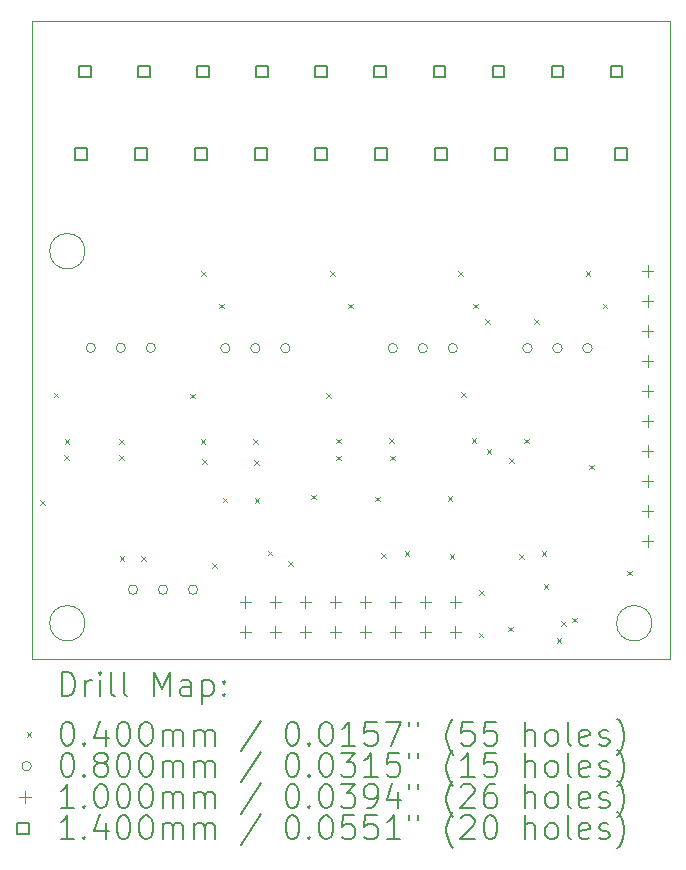
<source format=gbr>
%TF.GenerationSoftware,KiCad,Pcbnew,6.0.8+dfsg-1~bpo11+1*%
%TF.CreationDate,2022-10-31T17:33:10+01:00*%
%TF.ProjectId,rib4inAd_00,72696234-696e-4416-945f-30302e6b6963,rev?*%
%TF.SameCoordinates,Original*%
%TF.FileFunction,Drillmap*%
%TF.FilePolarity,Positive*%
%FSLAX45Y45*%
G04 Gerber Fmt 4.5, Leading zero omitted, Abs format (unit mm)*
G04 Created by KiCad (PCBNEW 6.0.8+dfsg-1~bpo11+1) date 2022-10-31 17:33:10*
%MOMM*%
%LPD*%
G01*
G04 APERTURE LIST*
%ADD10C,0.100000*%
%ADD11C,0.200000*%
%ADD12C,0.040000*%
%ADD13C,0.080000*%
%ADD14C,0.140000*%
G04 APERTURE END LIST*
D10*
X13250000Y-8550000D02*
G75*
G03*
X13250000Y-8550000I-150000J0D01*
G01*
X18050000Y-11700000D02*
G75*
G03*
X18050000Y-11700000I-150000J0D01*
G01*
X13250000Y-11700000D02*
G75*
G03*
X13250000Y-11700000I-150000J0D01*
G01*
X12800000Y-12000000D02*
X18200000Y-12000000D01*
X18200000Y-12000000D02*
X18200000Y-6600000D01*
X18200000Y-6600000D02*
X12800000Y-6600000D01*
X12800000Y-6600000D02*
X12800000Y-12000000D01*
D11*
D12*
X12868000Y-10658000D02*
X12908000Y-10698000D01*
X12908000Y-10658000D02*
X12868000Y-10698000D01*
X12983000Y-9748000D02*
X13023000Y-9788000D01*
X13023000Y-9748000D02*
X12983000Y-9788000D01*
X13075770Y-10275770D02*
X13115770Y-10315770D01*
X13115770Y-10275770D02*
X13075770Y-10315770D01*
X13077000Y-10139000D02*
X13117000Y-10179000D01*
X13117000Y-10139000D02*
X13077000Y-10179000D01*
X13537000Y-10275000D02*
X13577000Y-10315000D01*
X13577000Y-10275000D02*
X13537000Y-10315000D01*
X13538000Y-10141000D02*
X13578000Y-10181000D01*
X13578000Y-10141000D02*
X13538000Y-10181000D01*
X13544000Y-11129000D02*
X13584000Y-11169000D01*
X13584000Y-11129000D02*
X13544000Y-11169000D01*
X13728000Y-11131000D02*
X13768000Y-11171000D01*
X13768000Y-11131000D02*
X13728000Y-11171000D01*
X14142000Y-9756000D02*
X14182000Y-9796000D01*
X14182000Y-9756000D02*
X14142000Y-9796000D01*
X14229550Y-10139847D02*
X14269550Y-10179847D01*
X14269550Y-10139847D02*
X14229550Y-10179847D01*
X14235000Y-8718000D02*
X14275000Y-8758000D01*
X14275000Y-8718000D02*
X14235000Y-8758000D01*
X14242000Y-10310000D02*
X14282000Y-10350000D01*
X14282000Y-10310000D02*
X14242000Y-10350000D01*
X14325000Y-11191000D02*
X14365000Y-11231000D01*
X14365000Y-11191000D02*
X14325000Y-11231000D01*
X14383000Y-8993000D02*
X14423000Y-9033000D01*
X14423000Y-8993000D02*
X14383000Y-9033000D01*
X14414000Y-10636000D02*
X14454000Y-10676000D01*
X14454000Y-10636000D02*
X14414000Y-10676000D01*
X14676000Y-10139000D02*
X14716000Y-10179000D01*
X14716000Y-10139000D02*
X14676000Y-10179000D01*
X14682000Y-10317450D02*
X14722000Y-10357450D01*
X14722000Y-10317450D02*
X14682000Y-10357450D01*
X14686000Y-10640000D02*
X14726000Y-10680000D01*
X14726000Y-10640000D02*
X14686000Y-10680000D01*
X14797000Y-11085000D02*
X14837000Y-11125000D01*
X14837000Y-11085000D02*
X14797000Y-11125000D01*
X14967000Y-11173000D02*
X15007000Y-11213000D01*
X15007000Y-11173000D02*
X14967000Y-11213000D01*
X15162000Y-10612000D02*
X15202000Y-10652000D01*
X15202000Y-10612000D02*
X15162000Y-10652000D01*
X15293000Y-9754000D02*
X15333000Y-9794000D01*
X15333000Y-9754000D02*
X15293000Y-9794000D01*
X15323000Y-8718000D02*
X15363000Y-8758000D01*
X15363000Y-8718000D02*
X15323000Y-8758000D01*
X15375957Y-10280408D02*
X15415957Y-10320408D01*
X15415957Y-10280408D02*
X15375957Y-10320408D01*
X15378550Y-10138000D02*
X15418550Y-10178000D01*
X15418550Y-10138000D02*
X15378550Y-10178000D01*
X15477000Y-8993000D02*
X15517000Y-9033000D01*
X15517000Y-8993000D02*
X15477000Y-9033000D01*
X15704000Y-10629000D02*
X15744000Y-10669000D01*
X15744000Y-10629000D02*
X15704000Y-10669000D01*
X15758000Y-11106000D02*
X15798000Y-11146000D01*
X15798000Y-11106000D02*
X15758000Y-11146000D01*
X15823000Y-10134000D02*
X15863000Y-10174000D01*
X15863000Y-10134000D02*
X15823000Y-10174000D01*
X15831000Y-10280000D02*
X15871000Y-10320000D01*
X15871000Y-10280000D02*
X15831000Y-10320000D01*
X15956000Y-11091000D02*
X15996000Y-11131000D01*
X15996000Y-11091000D02*
X15956000Y-11131000D01*
X16320000Y-10622000D02*
X16360000Y-10662000D01*
X16360000Y-10622000D02*
X16320000Y-10662000D01*
X16336000Y-11117000D02*
X16376000Y-11157000D01*
X16376000Y-11117000D02*
X16336000Y-11157000D01*
X16407000Y-8719000D02*
X16447000Y-8759000D01*
X16447000Y-8719000D02*
X16407000Y-8759000D01*
X16437000Y-9743000D02*
X16477000Y-9783000D01*
X16477000Y-9743000D02*
X16437000Y-9783000D01*
X16523000Y-10134000D02*
X16563000Y-10174000D01*
X16563000Y-10134000D02*
X16523000Y-10174000D01*
X16537000Y-8993000D02*
X16577000Y-9033000D01*
X16577000Y-8993000D02*
X16537000Y-9033000D01*
X16583000Y-11780000D02*
X16623000Y-11820000D01*
X16623000Y-11780000D02*
X16583000Y-11820000D01*
X16585000Y-11421000D02*
X16625000Y-11461000D01*
X16625000Y-11421000D02*
X16585000Y-11461000D01*
X16638000Y-9123000D02*
X16678000Y-9163000D01*
X16678000Y-9123000D02*
X16638000Y-9163000D01*
X16650000Y-10226000D02*
X16690000Y-10266000D01*
X16690000Y-10226000D02*
X16650000Y-10266000D01*
X16832000Y-11729000D02*
X16872000Y-11769000D01*
X16872000Y-11729000D02*
X16832000Y-11769000D01*
X16842000Y-10304000D02*
X16882000Y-10344000D01*
X16882000Y-10304000D02*
X16842000Y-10344000D01*
X16924000Y-11116000D02*
X16964000Y-11156000D01*
X16964000Y-11116000D02*
X16924000Y-11156000D01*
X16967000Y-10136000D02*
X17007000Y-10176000D01*
X17007000Y-10136000D02*
X16967000Y-10176000D01*
X17051000Y-9123000D02*
X17091000Y-9163000D01*
X17091000Y-9123000D02*
X17051000Y-9163000D01*
X17117000Y-11089000D02*
X17157000Y-11129000D01*
X17157000Y-11089000D02*
X17117000Y-11129000D01*
X17132000Y-11366000D02*
X17172000Y-11406000D01*
X17172000Y-11366000D02*
X17132000Y-11406000D01*
X17242758Y-11828550D02*
X17282758Y-11868550D01*
X17282758Y-11828550D02*
X17242758Y-11868550D01*
X17278000Y-11682000D02*
X17318000Y-11722000D01*
X17318000Y-11682000D02*
X17278000Y-11722000D01*
X17375050Y-11651450D02*
X17415050Y-11691450D01*
X17415050Y-11651450D02*
X17375050Y-11691450D01*
X17488000Y-8719000D02*
X17528000Y-8759000D01*
X17528000Y-8719000D02*
X17488000Y-8759000D01*
X17521000Y-10356000D02*
X17561000Y-10396000D01*
X17561000Y-10356000D02*
X17521000Y-10396000D01*
X17632000Y-8995000D02*
X17672000Y-9035000D01*
X17672000Y-8995000D02*
X17632000Y-9035000D01*
X17837000Y-11254000D02*
X17877000Y-11294000D01*
X17877000Y-11254000D02*
X17837000Y-11294000D01*
D13*
X13339000Y-9368000D02*
G75*
G03*
X13339000Y-9368000I-40000J0D01*
G01*
X13593000Y-9368000D02*
G75*
G03*
X13593000Y-9368000I-40000J0D01*
G01*
X13696000Y-11415000D02*
G75*
G03*
X13696000Y-11415000I-40000J0D01*
G01*
X13847000Y-9368000D02*
G75*
G03*
X13847000Y-9368000I-40000J0D01*
G01*
X13950000Y-11415000D02*
G75*
G03*
X13950000Y-11415000I-40000J0D01*
G01*
X14204000Y-11415000D02*
G75*
G03*
X14204000Y-11415000I-40000J0D01*
G01*
X14478000Y-9371000D02*
G75*
G03*
X14478000Y-9371000I-40000J0D01*
G01*
X14732000Y-9371000D02*
G75*
G03*
X14732000Y-9371000I-40000J0D01*
G01*
X14986000Y-9371000D02*
G75*
G03*
X14986000Y-9371000I-40000J0D01*
G01*
X15896000Y-9371000D02*
G75*
G03*
X15896000Y-9371000I-40000J0D01*
G01*
X16150000Y-9371000D02*
G75*
G03*
X16150000Y-9371000I-40000J0D01*
G01*
X16404000Y-9371000D02*
G75*
G03*
X16404000Y-9371000I-40000J0D01*
G01*
X17036000Y-9370000D02*
G75*
G03*
X17036000Y-9370000I-40000J0D01*
G01*
X17290000Y-9370000D02*
G75*
G03*
X17290000Y-9370000I-40000J0D01*
G01*
X17544000Y-9370000D02*
G75*
G03*
X17544000Y-9370000I-40000J0D01*
G01*
D10*
X14608500Y-11472500D02*
X14608500Y-11572500D01*
X14558500Y-11522500D02*
X14658500Y-11522500D01*
X14608500Y-11726500D02*
X14608500Y-11826500D01*
X14558500Y-11776500D02*
X14658500Y-11776500D01*
X14862500Y-11472500D02*
X14862500Y-11572500D01*
X14812500Y-11522500D02*
X14912500Y-11522500D01*
X14862500Y-11726500D02*
X14862500Y-11826500D01*
X14812500Y-11776500D02*
X14912500Y-11776500D01*
X15116500Y-11472500D02*
X15116500Y-11572500D01*
X15066500Y-11522500D02*
X15166500Y-11522500D01*
X15116500Y-11726500D02*
X15116500Y-11826500D01*
X15066500Y-11776500D02*
X15166500Y-11776500D01*
X15370500Y-11472500D02*
X15370500Y-11572500D01*
X15320500Y-11522500D02*
X15420500Y-11522500D01*
X15370500Y-11726500D02*
X15370500Y-11826500D01*
X15320500Y-11776500D02*
X15420500Y-11776500D01*
X15624500Y-11472500D02*
X15624500Y-11572500D01*
X15574500Y-11522500D02*
X15674500Y-11522500D01*
X15624500Y-11726500D02*
X15624500Y-11826500D01*
X15574500Y-11776500D02*
X15674500Y-11776500D01*
X15878500Y-11472500D02*
X15878500Y-11572500D01*
X15828500Y-11522500D02*
X15928500Y-11522500D01*
X15878500Y-11726500D02*
X15878500Y-11826500D01*
X15828500Y-11776500D02*
X15928500Y-11776500D01*
X16132500Y-11472500D02*
X16132500Y-11572500D01*
X16082500Y-11522500D02*
X16182500Y-11522500D01*
X16132500Y-11726500D02*
X16132500Y-11826500D01*
X16082500Y-11776500D02*
X16182500Y-11776500D01*
X16386500Y-11472500D02*
X16386500Y-11572500D01*
X16336500Y-11522500D02*
X16436500Y-11522500D01*
X16386500Y-11726500D02*
X16386500Y-11826500D01*
X16336500Y-11776500D02*
X16436500Y-11776500D01*
X18012500Y-8670000D02*
X18012500Y-8770000D01*
X17962500Y-8720000D02*
X18062500Y-8720000D01*
X18012500Y-8924000D02*
X18012500Y-9024000D01*
X17962500Y-8974000D02*
X18062500Y-8974000D01*
X18012500Y-9178000D02*
X18012500Y-9278000D01*
X17962500Y-9228000D02*
X18062500Y-9228000D01*
X18012500Y-9432000D02*
X18012500Y-9532000D01*
X17962500Y-9482000D02*
X18062500Y-9482000D01*
X18012500Y-9686000D02*
X18012500Y-9786000D01*
X17962500Y-9736000D02*
X18062500Y-9736000D01*
X18012500Y-9940000D02*
X18012500Y-10040000D01*
X17962500Y-9990000D02*
X18062500Y-9990000D01*
X18012500Y-10194000D02*
X18012500Y-10294000D01*
X17962500Y-10244000D02*
X18062500Y-10244000D01*
X18012500Y-10448000D02*
X18012500Y-10548000D01*
X17962500Y-10498000D02*
X18062500Y-10498000D01*
X18012500Y-10702000D02*
X18012500Y-10802000D01*
X17962500Y-10752000D02*
X18062500Y-10752000D01*
X18012500Y-10956000D02*
X18012500Y-11056000D01*
X17962500Y-11006000D02*
X18062500Y-11006000D01*
D14*
X13263498Y-7777248D02*
X13263498Y-7678252D01*
X13164502Y-7678252D01*
X13164502Y-7777248D01*
X13263498Y-7777248D01*
X13299498Y-7077248D02*
X13299498Y-6978252D01*
X13200502Y-6978252D01*
X13200502Y-7077248D01*
X13299498Y-7077248D01*
X13771498Y-7777248D02*
X13771498Y-7678252D01*
X13672502Y-7678252D01*
X13672502Y-7777248D01*
X13771498Y-7777248D01*
X13799498Y-7077248D02*
X13799498Y-6978252D01*
X13700502Y-6978252D01*
X13700502Y-7077248D01*
X13799498Y-7077248D01*
X14279498Y-7777248D02*
X14279498Y-7678252D01*
X14180502Y-7678252D01*
X14180502Y-7777248D01*
X14279498Y-7777248D01*
X14299498Y-7077248D02*
X14299498Y-6978252D01*
X14200502Y-6978252D01*
X14200502Y-7077248D01*
X14299498Y-7077248D01*
X14787498Y-7777248D02*
X14787498Y-7678252D01*
X14688502Y-7678252D01*
X14688502Y-7777248D01*
X14787498Y-7777248D01*
X14799498Y-7077248D02*
X14799498Y-6978252D01*
X14700502Y-6978252D01*
X14700502Y-7077248D01*
X14799498Y-7077248D01*
X15295498Y-7777248D02*
X15295498Y-7678252D01*
X15196502Y-7678252D01*
X15196502Y-7777248D01*
X15295498Y-7777248D01*
X15299498Y-7077248D02*
X15299498Y-6978252D01*
X15200502Y-6978252D01*
X15200502Y-7077248D01*
X15299498Y-7077248D01*
X15799498Y-7077248D02*
X15799498Y-6978252D01*
X15700502Y-6978252D01*
X15700502Y-7077248D01*
X15799498Y-7077248D01*
X15803498Y-7777248D02*
X15803498Y-7678252D01*
X15704502Y-7678252D01*
X15704502Y-7777248D01*
X15803498Y-7777248D01*
X16299498Y-7077248D02*
X16299498Y-6978252D01*
X16200502Y-6978252D01*
X16200502Y-7077248D01*
X16299498Y-7077248D01*
X16311498Y-7777248D02*
X16311498Y-7678252D01*
X16212502Y-7678252D01*
X16212502Y-7777248D01*
X16311498Y-7777248D01*
X16799498Y-7077248D02*
X16799498Y-6978252D01*
X16700502Y-6978252D01*
X16700502Y-7077248D01*
X16799498Y-7077248D01*
X16819498Y-7777248D02*
X16819498Y-7678252D01*
X16720502Y-7678252D01*
X16720502Y-7777248D01*
X16819498Y-7777248D01*
X17299498Y-7077248D02*
X17299498Y-6978252D01*
X17200502Y-6978252D01*
X17200502Y-7077248D01*
X17299498Y-7077248D01*
X17327498Y-7777248D02*
X17327498Y-7678252D01*
X17228502Y-7678252D01*
X17228502Y-7777248D01*
X17327498Y-7777248D01*
X17799498Y-7077248D02*
X17799498Y-6978252D01*
X17700502Y-6978252D01*
X17700502Y-7077248D01*
X17799498Y-7077248D01*
X17835498Y-7777248D02*
X17835498Y-7678252D01*
X17736502Y-7678252D01*
X17736502Y-7777248D01*
X17835498Y-7777248D01*
D11*
X13052619Y-12315476D02*
X13052619Y-12115476D01*
X13100238Y-12115476D01*
X13128809Y-12125000D01*
X13147857Y-12144048D01*
X13157381Y-12163095D01*
X13166905Y-12201190D01*
X13166905Y-12229762D01*
X13157381Y-12267857D01*
X13147857Y-12286905D01*
X13128809Y-12305952D01*
X13100238Y-12315476D01*
X13052619Y-12315476D01*
X13252619Y-12315476D02*
X13252619Y-12182143D01*
X13252619Y-12220238D02*
X13262143Y-12201190D01*
X13271667Y-12191667D01*
X13290714Y-12182143D01*
X13309762Y-12182143D01*
X13376428Y-12315476D02*
X13376428Y-12182143D01*
X13376428Y-12115476D02*
X13366905Y-12125000D01*
X13376428Y-12134524D01*
X13385952Y-12125000D01*
X13376428Y-12115476D01*
X13376428Y-12134524D01*
X13500238Y-12315476D02*
X13481190Y-12305952D01*
X13471667Y-12286905D01*
X13471667Y-12115476D01*
X13605000Y-12315476D02*
X13585952Y-12305952D01*
X13576428Y-12286905D01*
X13576428Y-12115476D01*
X13833571Y-12315476D02*
X13833571Y-12115476D01*
X13900238Y-12258333D01*
X13966905Y-12115476D01*
X13966905Y-12315476D01*
X14147857Y-12315476D02*
X14147857Y-12210714D01*
X14138333Y-12191667D01*
X14119286Y-12182143D01*
X14081190Y-12182143D01*
X14062143Y-12191667D01*
X14147857Y-12305952D02*
X14128809Y-12315476D01*
X14081190Y-12315476D01*
X14062143Y-12305952D01*
X14052619Y-12286905D01*
X14052619Y-12267857D01*
X14062143Y-12248809D01*
X14081190Y-12239286D01*
X14128809Y-12239286D01*
X14147857Y-12229762D01*
X14243095Y-12182143D02*
X14243095Y-12382143D01*
X14243095Y-12191667D02*
X14262143Y-12182143D01*
X14300238Y-12182143D01*
X14319286Y-12191667D01*
X14328809Y-12201190D01*
X14338333Y-12220238D01*
X14338333Y-12277381D01*
X14328809Y-12296428D01*
X14319286Y-12305952D01*
X14300238Y-12315476D01*
X14262143Y-12315476D01*
X14243095Y-12305952D01*
X14424048Y-12296428D02*
X14433571Y-12305952D01*
X14424048Y-12315476D01*
X14414524Y-12305952D01*
X14424048Y-12296428D01*
X14424048Y-12315476D01*
X14424048Y-12191667D02*
X14433571Y-12201190D01*
X14424048Y-12210714D01*
X14414524Y-12201190D01*
X14424048Y-12191667D01*
X14424048Y-12210714D01*
D12*
X12755000Y-12625000D02*
X12795000Y-12665000D01*
X12795000Y-12625000D02*
X12755000Y-12665000D01*
D11*
X13090714Y-12535476D02*
X13109762Y-12535476D01*
X13128809Y-12545000D01*
X13138333Y-12554524D01*
X13147857Y-12573571D01*
X13157381Y-12611667D01*
X13157381Y-12659286D01*
X13147857Y-12697381D01*
X13138333Y-12716428D01*
X13128809Y-12725952D01*
X13109762Y-12735476D01*
X13090714Y-12735476D01*
X13071667Y-12725952D01*
X13062143Y-12716428D01*
X13052619Y-12697381D01*
X13043095Y-12659286D01*
X13043095Y-12611667D01*
X13052619Y-12573571D01*
X13062143Y-12554524D01*
X13071667Y-12545000D01*
X13090714Y-12535476D01*
X13243095Y-12716428D02*
X13252619Y-12725952D01*
X13243095Y-12735476D01*
X13233571Y-12725952D01*
X13243095Y-12716428D01*
X13243095Y-12735476D01*
X13424048Y-12602143D02*
X13424048Y-12735476D01*
X13376428Y-12525952D02*
X13328809Y-12668809D01*
X13452619Y-12668809D01*
X13566905Y-12535476D02*
X13585952Y-12535476D01*
X13605000Y-12545000D01*
X13614524Y-12554524D01*
X13624048Y-12573571D01*
X13633571Y-12611667D01*
X13633571Y-12659286D01*
X13624048Y-12697381D01*
X13614524Y-12716428D01*
X13605000Y-12725952D01*
X13585952Y-12735476D01*
X13566905Y-12735476D01*
X13547857Y-12725952D01*
X13538333Y-12716428D01*
X13528809Y-12697381D01*
X13519286Y-12659286D01*
X13519286Y-12611667D01*
X13528809Y-12573571D01*
X13538333Y-12554524D01*
X13547857Y-12545000D01*
X13566905Y-12535476D01*
X13757381Y-12535476D02*
X13776428Y-12535476D01*
X13795476Y-12545000D01*
X13805000Y-12554524D01*
X13814524Y-12573571D01*
X13824048Y-12611667D01*
X13824048Y-12659286D01*
X13814524Y-12697381D01*
X13805000Y-12716428D01*
X13795476Y-12725952D01*
X13776428Y-12735476D01*
X13757381Y-12735476D01*
X13738333Y-12725952D01*
X13728809Y-12716428D01*
X13719286Y-12697381D01*
X13709762Y-12659286D01*
X13709762Y-12611667D01*
X13719286Y-12573571D01*
X13728809Y-12554524D01*
X13738333Y-12545000D01*
X13757381Y-12535476D01*
X13909762Y-12735476D02*
X13909762Y-12602143D01*
X13909762Y-12621190D02*
X13919286Y-12611667D01*
X13938333Y-12602143D01*
X13966905Y-12602143D01*
X13985952Y-12611667D01*
X13995476Y-12630714D01*
X13995476Y-12735476D01*
X13995476Y-12630714D02*
X14005000Y-12611667D01*
X14024048Y-12602143D01*
X14052619Y-12602143D01*
X14071667Y-12611667D01*
X14081190Y-12630714D01*
X14081190Y-12735476D01*
X14176428Y-12735476D02*
X14176428Y-12602143D01*
X14176428Y-12621190D02*
X14185952Y-12611667D01*
X14205000Y-12602143D01*
X14233571Y-12602143D01*
X14252619Y-12611667D01*
X14262143Y-12630714D01*
X14262143Y-12735476D01*
X14262143Y-12630714D02*
X14271667Y-12611667D01*
X14290714Y-12602143D01*
X14319286Y-12602143D01*
X14338333Y-12611667D01*
X14347857Y-12630714D01*
X14347857Y-12735476D01*
X14738333Y-12525952D02*
X14566905Y-12783095D01*
X14995476Y-12535476D02*
X15014524Y-12535476D01*
X15033571Y-12545000D01*
X15043095Y-12554524D01*
X15052619Y-12573571D01*
X15062143Y-12611667D01*
X15062143Y-12659286D01*
X15052619Y-12697381D01*
X15043095Y-12716428D01*
X15033571Y-12725952D01*
X15014524Y-12735476D01*
X14995476Y-12735476D01*
X14976428Y-12725952D01*
X14966905Y-12716428D01*
X14957381Y-12697381D01*
X14947857Y-12659286D01*
X14947857Y-12611667D01*
X14957381Y-12573571D01*
X14966905Y-12554524D01*
X14976428Y-12545000D01*
X14995476Y-12535476D01*
X15147857Y-12716428D02*
X15157381Y-12725952D01*
X15147857Y-12735476D01*
X15138333Y-12725952D01*
X15147857Y-12716428D01*
X15147857Y-12735476D01*
X15281190Y-12535476D02*
X15300238Y-12535476D01*
X15319286Y-12545000D01*
X15328809Y-12554524D01*
X15338333Y-12573571D01*
X15347857Y-12611667D01*
X15347857Y-12659286D01*
X15338333Y-12697381D01*
X15328809Y-12716428D01*
X15319286Y-12725952D01*
X15300238Y-12735476D01*
X15281190Y-12735476D01*
X15262143Y-12725952D01*
X15252619Y-12716428D01*
X15243095Y-12697381D01*
X15233571Y-12659286D01*
X15233571Y-12611667D01*
X15243095Y-12573571D01*
X15252619Y-12554524D01*
X15262143Y-12545000D01*
X15281190Y-12535476D01*
X15538333Y-12735476D02*
X15424048Y-12735476D01*
X15481190Y-12735476D02*
X15481190Y-12535476D01*
X15462143Y-12564048D01*
X15443095Y-12583095D01*
X15424048Y-12592619D01*
X15719286Y-12535476D02*
X15624048Y-12535476D01*
X15614524Y-12630714D01*
X15624048Y-12621190D01*
X15643095Y-12611667D01*
X15690714Y-12611667D01*
X15709762Y-12621190D01*
X15719286Y-12630714D01*
X15728809Y-12649762D01*
X15728809Y-12697381D01*
X15719286Y-12716428D01*
X15709762Y-12725952D01*
X15690714Y-12735476D01*
X15643095Y-12735476D01*
X15624048Y-12725952D01*
X15614524Y-12716428D01*
X15795476Y-12535476D02*
X15928809Y-12535476D01*
X15843095Y-12735476D01*
X15995476Y-12535476D02*
X15995476Y-12573571D01*
X16071667Y-12535476D02*
X16071667Y-12573571D01*
X16366905Y-12811667D02*
X16357381Y-12802143D01*
X16338333Y-12773571D01*
X16328809Y-12754524D01*
X16319286Y-12725952D01*
X16309762Y-12678333D01*
X16309762Y-12640238D01*
X16319286Y-12592619D01*
X16328809Y-12564048D01*
X16338333Y-12545000D01*
X16357381Y-12516428D01*
X16366905Y-12506905D01*
X16538333Y-12535476D02*
X16443095Y-12535476D01*
X16433571Y-12630714D01*
X16443095Y-12621190D01*
X16462143Y-12611667D01*
X16509762Y-12611667D01*
X16528809Y-12621190D01*
X16538333Y-12630714D01*
X16547857Y-12649762D01*
X16547857Y-12697381D01*
X16538333Y-12716428D01*
X16528809Y-12725952D01*
X16509762Y-12735476D01*
X16462143Y-12735476D01*
X16443095Y-12725952D01*
X16433571Y-12716428D01*
X16728809Y-12535476D02*
X16633571Y-12535476D01*
X16624048Y-12630714D01*
X16633571Y-12621190D01*
X16652619Y-12611667D01*
X16700238Y-12611667D01*
X16719286Y-12621190D01*
X16728809Y-12630714D01*
X16738333Y-12649762D01*
X16738333Y-12697381D01*
X16728809Y-12716428D01*
X16719286Y-12725952D01*
X16700238Y-12735476D01*
X16652619Y-12735476D01*
X16633571Y-12725952D01*
X16624048Y-12716428D01*
X16976429Y-12735476D02*
X16976429Y-12535476D01*
X17062143Y-12735476D02*
X17062143Y-12630714D01*
X17052619Y-12611667D01*
X17033571Y-12602143D01*
X17005000Y-12602143D01*
X16985952Y-12611667D01*
X16976429Y-12621190D01*
X17185952Y-12735476D02*
X17166905Y-12725952D01*
X17157381Y-12716428D01*
X17147857Y-12697381D01*
X17147857Y-12640238D01*
X17157381Y-12621190D01*
X17166905Y-12611667D01*
X17185952Y-12602143D01*
X17214524Y-12602143D01*
X17233571Y-12611667D01*
X17243095Y-12621190D01*
X17252619Y-12640238D01*
X17252619Y-12697381D01*
X17243095Y-12716428D01*
X17233571Y-12725952D01*
X17214524Y-12735476D01*
X17185952Y-12735476D01*
X17366905Y-12735476D02*
X17347857Y-12725952D01*
X17338333Y-12706905D01*
X17338333Y-12535476D01*
X17519286Y-12725952D02*
X17500238Y-12735476D01*
X17462143Y-12735476D01*
X17443095Y-12725952D01*
X17433571Y-12706905D01*
X17433571Y-12630714D01*
X17443095Y-12611667D01*
X17462143Y-12602143D01*
X17500238Y-12602143D01*
X17519286Y-12611667D01*
X17528810Y-12630714D01*
X17528810Y-12649762D01*
X17433571Y-12668809D01*
X17605000Y-12725952D02*
X17624048Y-12735476D01*
X17662143Y-12735476D01*
X17681190Y-12725952D01*
X17690714Y-12706905D01*
X17690714Y-12697381D01*
X17681190Y-12678333D01*
X17662143Y-12668809D01*
X17633571Y-12668809D01*
X17614524Y-12659286D01*
X17605000Y-12640238D01*
X17605000Y-12630714D01*
X17614524Y-12611667D01*
X17633571Y-12602143D01*
X17662143Y-12602143D01*
X17681190Y-12611667D01*
X17757381Y-12811667D02*
X17766905Y-12802143D01*
X17785952Y-12773571D01*
X17795476Y-12754524D01*
X17805000Y-12725952D01*
X17814524Y-12678333D01*
X17814524Y-12640238D01*
X17805000Y-12592619D01*
X17795476Y-12564048D01*
X17785952Y-12545000D01*
X17766905Y-12516428D01*
X17757381Y-12506905D01*
D13*
X12795000Y-12909000D02*
G75*
G03*
X12795000Y-12909000I-40000J0D01*
G01*
D11*
X13090714Y-12799476D02*
X13109762Y-12799476D01*
X13128809Y-12809000D01*
X13138333Y-12818524D01*
X13147857Y-12837571D01*
X13157381Y-12875667D01*
X13157381Y-12923286D01*
X13147857Y-12961381D01*
X13138333Y-12980428D01*
X13128809Y-12989952D01*
X13109762Y-12999476D01*
X13090714Y-12999476D01*
X13071667Y-12989952D01*
X13062143Y-12980428D01*
X13052619Y-12961381D01*
X13043095Y-12923286D01*
X13043095Y-12875667D01*
X13052619Y-12837571D01*
X13062143Y-12818524D01*
X13071667Y-12809000D01*
X13090714Y-12799476D01*
X13243095Y-12980428D02*
X13252619Y-12989952D01*
X13243095Y-12999476D01*
X13233571Y-12989952D01*
X13243095Y-12980428D01*
X13243095Y-12999476D01*
X13366905Y-12885190D02*
X13347857Y-12875667D01*
X13338333Y-12866143D01*
X13328809Y-12847095D01*
X13328809Y-12837571D01*
X13338333Y-12818524D01*
X13347857Y-12809000D01*
X13366905Y-12799476D01*
X13405000Y-12799476D01*
X13424048Y-12809000D01*
X13433571Y-12818524D01*
X13443095Y-12837571D01*
X13443095Y-12847095D01*
X13433571Y-12866143D01*
X13424048Y-12875667D01*
X13405000Y-12885190D01*
X13366905Y-12885190D01*
X13347857Y-12894714D01*
X13338333Y-12904238D01*
X13328809Y-12923286D01*
X13328809Y-12961381D01*
X13338333Y-12980428D01*
X13347857Y-12989952D01*
X13366905Y-12999476D01*
X13405000Y-12999476D01*
X13424048Y-12989952D01*
X13433571Y-12980428D01*
X13443095Y-12961381D01*
X13443095Y-12923286D01*
X13433571Y-12904238D01*
X13424048Y-12894714D01*
X13405000Y-12885190D01*
X13566905Y-12799476D02*
X13585952Y-12799476D01*
X13605000Y-12809000D01*
X13614524Y-12818524D01*
X13624048Y-12837571D01*
X13633571Y-12875667D01*
X13633571Y-12923286D01*
X13624048Y-12961381D01*
X13614524Y-12980428D01*
X13605000Y-12989952D01*
X13585952Y-12999476D01*
X13566905Y-12999476D01*
X13547857Y-12989952D01*
X13538333Y-12980428D01*
X13528809Y-12961381D01*
X13519286Y-12923286D01*
X13519286Y-12875667D01*
X13528809Y-12837571D01*
X13538333Y-12818524D01*
X13547857Y-12809000D01*
X13566905Y-12799476D01*
X13757381Y-12799476D02*
X13776428Y-12799476D01*
X13795476Y-12809000D01*
X13805000Y-12818524D01*
X13814524Y-12837571D01*
X13824048Y-12875667D01*
X13824048Y-12923286D01*
X13814524Y-12961381D01*
X13805000Y-12980428D01*
X13795476Y-12989952D01*
X13776428Y-12999476D01*
X13757381Y-12999476D01*
X13738333Y-12989952D01*
X13728809Y-12980428D01*
X13719286Y-12961381D01*
X13709762Y-12923286D01*
X13709762Y-12875667D01*
X13719286Y-12837571D01*
X13728809Y-12818524D01*
X13738333Y-12809000D01*
X13757381Y-12799476D01*
X13909762Y-12999476D02*
X13909762Y-12866143D01*
X13909762Y-12885190D02*
X13919286Y-12875667D01*
X13938333Y-12866143D01*
X13966905Y-12866143D01*
X13985952Y-12875667D01*
X13995476Y-12894714D01*
X13995476Y-12999476D01*
X13995476Y-12894714D02*
X14005000Y-12875667D01*
X14024048Y-12866143D01*
X14052619Y-12866143D01*
X14071667Y-12875667D01*
X14081190Y-12894714D01*
X14081190Y-12999476D01*
X14176428Y-12999476D02*
X14176428Y-12866143D01*
X14176428Y-12885190D02*
X14185952Y-12875667D01*
X14205000Y-12866143D01*
X14233571Y-12866143D01*
X14252619Y-12875667D01*
X14262143Y-12894714D01*
X14262143Y-12999476D01*
X14262143Y-12894714D02*
X14271667Y-12875667D01*
X14290714Y-12866143D01*
X14319286Y-12866143D01*
X14338333Y-12875667D01*
X14347857Y-12894714D01*
X14347857Y-12999476D01*
X14738333Y-12789952D02*
X14566905Y-13047095D01*
X14995476Y-12799476D02*
X15014524Y-12799476D01*
X15033571Y-12809000D01*
X15043095Y-12818524D01*
X15052619Y-12837571D01*
X15062143Y-12875667D01*
X15062143Y-12923286D01*
X15052619Y-12961381D01*
X15043095Y-12980428D01*
X15033571Y-12989952D01*
X15014524Y-12999476D01*
X14995476Y-12999476D01*
X14976428Y-12989952D01*
X14966905Y-12980428D01*
X14957381Y-12961381D01*
X14947857Y-12923286D01*
X14947857Y-12875667D01*
X14957381Y-12837571D01*
X14966905Y-12818524D01*
X14976428Y-12809000D01*
X14995476Y-12799476D01*
X15147857Y-12980428D02*
X15157381Y-12989952D01*
X15147857Y-12999476D01*
X15138333Y-12989952D01*
X15147857Y-12980428D01*
X15147857Y-12999476D01*
X15281190Y-12799476D02*
X15300238Y-12799476D01*
X15319286Y-12809000D01*
X15328809Y-12818524D01*
X15338333Y-12837571D01*
X15347857Y-12875667D01*
X15347857Y-12923286D01*
X15338333Y-12961381D01*
X15328809Y-12980428D01*
X15319286Y-12989952D01*
X15300238Y-12999476D01*
X15281190Y-12999476D01*
X15262143Y-12989952D01*
X15252619Y-12980428D01*
X15243095Y-12961381D01*
X15233571Y-12923286D01*
X15233571Y-12875667D01*
X15243095Y-12837571D01*
X15252619Y-12818524D01*
X15262143Y-12809000D01*
X15281190Y-12799476D01*
X15414524Y-12799476D02*
X15538333Y-12799476D01*
X15471667Y-12875667D01*
X15500238Y-12875667D01*
X15519286Y-12885190D01*
X15528809Y-12894714D01*
X15538333Y-12913762D01*
X15538333Y-12961381D01*
X15528809Y-12980428D01*
X15519286Y-12989952D01*
X15500238Y-12999476D01*
X15443095Y-12999476D01*
X15424048Y-12989952D01*
X15414524Y-12980428D01*
X15728809Y-12999476D02*
X15614524Y-12999476D01*
X15671667Y-12999476D02*
X15671667Y-12799476D01*
X15652619Y-12828048D01*
X15633571Y-12847095D01*
X15614524Y-12856619D01*
X15909762Y-12799476D02*
X15814524Y-12799476D01*
X15805000Y-12894714D01*
X15814524Y-12885190D01*
X15833571Y-12875667D01*
X15881190Y-12875667D01*
X15900238Y-12885190D01*
X15909762Y-12894714D01*
X15919286Y-12913762D01*
X15919286Y-12961381D01*
X15909762Y-12980428D01*
X15900238Y-12989952D01*
X15881190Y-12999476D01*
X15833571Y-12999476D01*
X15814524Y-12989952D01*
X15805000Y-12980428D01*
X15995476Y-12799476D02*
X15995476Y-12837571D01*
X16071667Y-12799476D02*
X16071667Y-12837571D01*
X16366905Y-13075667D02*
X16357381Y-13066143D01*
X16338333Y-13037571D01*
X16328809Y-13018524D01*
X16319286Y-12989952D01*
X16309762Y-12942333D01*
X16309762Y-12904238D01*
X16319286Y-12856619D01*
X16328809Y-12828048D01*
X16338333Y-12809000D01*
X16357381Y-12780428D01*
X16366905Y-12770905D01*
X16547857Y-12999476D02*
X16433571Y-12999476D01*
X16490714Y-12999476D02*
X16490714Y-12799476D01*
X16471667Y-12828048D01*
X16452619Y-12847095D01*
X16433571Y-12856619D01*
X16728809Y-12799476D02*
X16633571Y-12799476D01*
X16624048Y-12894714D01*
X16633571Y-12885190D01*
X16652619Y-12875667D01*
X16700238Y-12875667D01*
X16719286Y-12885190D01*
X16728809Y-12894714D01*
X16738333Y-12913762D01*
X16738333Y-12961381D01*
X16728809Y-12980428D01*
X16719286Y-12989952D01*
X16700238Y-12999476D01*
X16652619Y-12999476D01*
X16633571Y-12989952D01*
X16624048Y-12980428D01*
X16976429Y-12999476D02*
X16976429Y-12799476D01*
X17062143Y-12999476D02*
X17062143Y-12894714D01*
X17052619Y-12875667D01*
X17033571Y-12866143D01*
X17005000Y-12866143D01*
X16985952Y-12875667D01*
X16976429Y-12885190D01*
X17185952Y-12999476D02*
X17166905Y-12989952D01*
X17157381Y-12980428D01*
X17147857Y-12961381D01*
X17147857Y-12904238D01*
X17157381Y-12885190D01*
X17166905Y-12875667D01*
X17185952Y-12866143D01*
X17214524Y-12866143D01*
X17233571Y-12875667D01*
X17243095Y-12885190D01*
X17252619Y-12904238D01*
X17252619Y-12961381D01*
X17243095Y-12980428D01*
X17233571Y-12989952D01*
X17214524Y-12999476D01*
X17185952Y-12999476D01*
X17366905Y-12999476D02*
X17347857Y-12989952D01*
X17338333Y-12970905D01*
X17338333Y-12799476D01*
X17519286Y-12989952D02*
X17500238Y-12999476D01*
X17462143Y-12999476D01*
X17443095Y-12989952D01*
X17433571Y-12970905D01*
X17433571Y-12894714D01*
X17443095Y-12875667D01*
X17462143Y-12866143D01*
X17500238Y-12866143D01*
X17519286Y-12875667D01*
X17528810Y-12894714D01*
X17528810Y-12913762D01*
X17433571Y-12932809D01*
X17605000Y-12989952D02*
X17624048Y-12999476D01*
X17662143Y-12999476D01*
X17681190Y-12989952D01*
X17690714Y-12970905D01*
X17690714Y-12961381D01*
X17681190Y-12942333D01*
X17662143Y-12932809D01*
X17633571Y-12932809D01*
X17614524Y-12923286D01*
X17605000Y-12904238D01*
X17605000Y-12894714D01*
X17614524Y-12875667D01*
X17633571Y-12866143D01*
X17662143Y-12866143D01*
X17681190Y-12875667D01*
X17757381Y-13075667D02*
X17766905Y-13066143D01*
X17785952Y-13037571D01*
X17795476Y-13018524D01*
X17805000Y-12989952D01*
X17814524Y-12942333D01*
X17814524Y-12904238D01*
X17805000Y-12856619D01*
X17795476Y-12828048D01*
X17785952Y-12809000D01*
X17766905Y-12780428D01*
X17757381Y-12770905D01*
D10*
X12745000Y-13123000D02*
X12745000Y-13223000D01*
X12695000Y-13173000D02*
X12795000Y-13173000D01*
D11*
X13157381Y-13263476D02*
X13043095Y-13263476D01*
X13100238Y-13263476D02*
X13100238Y-13063476D01*
X13081190Y-13092048D01*
X13062143Y-13111095D01*
X13043095Y-13120619D01*
X13243095Y-13244428D02*
X13252619Y-13253952D01*
X13243095Y-13263476D01*
X13233571Y-13253952D01*
X13243095Y-13244428D01*
X13243095Y-13263476D01*
X13376428Y-13063476D02*
X13395476Y-13063476D01*
X13414524Y-13073000D01*
X13424048Y-13082524D01*
X13433571Y-13101571D01*
X13443095Y-13139667D01*
X13443095Y-13187286D01*
X13433571Y-13225381D01*
X13424048Y-13244428D01*
X13414524Y-13253952D01*
X13395476Y-13263476D01*
X13376428Y-13263476D01*
X13357381Y-13253952D01*
X13347857Y-13244428D01*
X13338333Y-13225381D01*
X13328809Y-13187286D01*
X13328809Y-13139667D01*
X13338333Y-13101571D01*
X13347857Y-13082524D01*
X13357381Y-13073000D01*
X13376428Y-13063476D01*
X13566905Y-13063476D02*
X13585952Y-13063476D01*
X13605000Y-13073000D01*
X13614524Y-13082524D01*
X13624048Y-13101571D01*
X13633571Y-13139667D01*
X13633571Y-13187286D01*
X13624048Y-13225381D01*
X13614524Y-13244428D01*
X13605000Y-13253952D01*
X13585952Y-13263476D01*
X13566905Y-13263476D01*
X13547857Y-13253952D01*
X13538333Y-13244428D01*
X13528809Y-13225381D01*
X13519286Y-13187286D01*
X13519286Y-13139667D01*
X13528809Y-13101571D01*
X13538333Y-13082524D01*
X13547857Y-13073000D01*
X13566905Y-13063476D01*
X13757381Y-13063476D02*
X13776428Y-13063476D01*
X13795476Y-13073000D01*
X13805000Y-13082524D01*
X13814524Y-13101571D01*
X13824048Y-13139667D01*
X13824048Y-13187286D01*
X13814524Y-13225381D01*
X13805000Y-13244428D01*
X13795476Y-13253952D01*
X13776428Y-13263476D01*
X13757381Y-13263476D01*
X13738333Y-13253952D01*
X13728809Y-13244428D01*
X13719286Y-13225381D01*
X13709762Y-13187286D01*
X13709762Y-13139667D01*
X13719286Y-13101571D01*
X13728809Y-13082524D01*
X13738333Y-13073000D01*
X13757381Y-13063476D01*
X13909762Y-13263476D02*
X13909762Y-13130143D01*
X13909762Y-13149190D02*
X13919286Y-13139667D01*
X13938333Y-13130143D01*
X13966905Y-13130143D01*
X13985952Y-13139667D01*
X13995476Y-13158714D01*
X13995476Y-13263476D01*
X13995476Y-13158714D02*
X14005000Y-13139667D01*
X14024048Y-13130143D01*
X14052619Y-13130143D01*
X14071667Y-13139667D01*
X14081190Y-13158714D01*
X14081190Y-13263476D01*
X14176428Y-13263476D02*
X14176428Y-13130143D01*
X14176428Y-13149190D02*
X14185952Y-13139667D01*
X14205000Y-13130143D01*
X14233571Y-13130143D01*
X14252619Y-13139667D01*
X14262143Y-13158714D01*
X14262143Y-13263476D01*
X14262143Y-13158714D02*
X14271667Y-13139667D01*
X14290714Y-13130143D01*
X14319286Y-13130143D01*
X14338333Y-13139667D01*
X14347857Y-13158714D01*
X14347857Y-13263476D01*
X14738333Y-13053952D02*
X14566905Y-13311095D01*
X14995476Y-13063476D02*
X15014524Y-13063476D01*
X15033571Y-13073000D01*
X15043095Y-13082524D01*
X15052619Y-13101571D01*
X15062143Y-13139667D01*
X15062143Y-13187286D01*
X15052619Y-13225381D01*
X15043095Y-13244428D01*
X15033571Y-13253952D01*
X15014524Y-13263476D01*
X14995476Y-13263476D01*
X14976428Y-13253952D01*
X14966905Y-13244428D01*
X14957381Y-13225381D01*
X14947857Y-13187286D01*
X14947857Y-13139667D01*
X14957381Y-13101571D01*
X14966905Y-13082524D01*
X14976428Y-13073000D01*
X14995476Y-13063476D01*
X15147857Y-13244428D02*
X15157381Y-13253952D01*
X15147857Y-13263476D01*
X15138333Y-13253952D01*
X15147857Y-13244428D01*
X15147857Y-13263476D01*
X15281190Y-13063476D02*
X15300238Y-13063476D01*
X15319286Y-13073000D01*
X15328809Y-13082524D01*
X15338333Y-13101571D01*
X15347857Y-13139667D01*
X15347857Y-13187286D01*
X15338333Y-13225381D01*
X15328809Y-13244428D01*
X15319286Y-13253952D01*
X15300238Y-13263476D01*
X15281190Y-13263476D01*
X15262143Y-13253952D01*
X15252619Y-13244428D01*
X15243095Y-13225381D01*
X15233571Y-13187286D01*
X15233571Y-13139667D01*
X15243095Y-13101571D01*
X15252619Y-13082524D01*
X15262143Y-13073000D01*
X15281190Y-13063476D01*
X15414524Y-13063476D02*
X15538333Y-13063476D01*
X15471667Y-13139667D01*
X15500238Y-13139667D01*
X15519286Y-13149190D01*
X15528809Y-13158714D01*
X15538333Y-13177762D01*
X15538333Y-13225381D01*
X15528809Y-13244428D01*
X15519286Y-13253952D01*
X15500238Y-13263476D01*
X15443095Y-13263476D01*
X15424048Y-13253952D01*
X15414524Y-13244428D01*
X15633571Y-13263476D02*
X15671667Y-13263476D01*
X15690714Y-13253952D01*
X15700238Y-13244428D01*
X15719286Y-13215857D01*
X15728809Y-13177762D01*
X15728809Y-13101571D01*
X15719286Y-13082524D01*
X15709762Y-13073000D01*
X15690714Y-13063476D01*
X15652619Y-13063476D01*
X15633571Y-13073000D01*
X15624048Y-13082524D01*
X15614524Y-13101571D01*
X15614524Y-13149190D01*
X15624048Y-13168238D01*
X15633571Y-13177762D01*
X15652619Y-13187286D01*
X15690714Y-13187286D01*
X15709762Y-13177762D01*
X15719286Y-13168238D01*
X15728809Y-13149190D01*
X15900238Y-13130143D02*
X15900238Y-13263476D01*
X15852619Y-13053952D02*
X15805000Y-13196809D01*
X15928809Y-13196809D01*
X15995476Y-13063476D02*
X15995476Y-13101571D01*
X16071667Y-13063476D02*
X16071667Y-13101571D01*
X16366905Y-13339667D02*
X16357381Y-13330143D01*
X16338333Y-13301571D01*
X16328809Y-13282524D01*
X16319286Y-13253952D01*
X16309762Y-13206333D01*
X16309762Y-13168238D01*
X16319286Y-13120619D01*
X16328809Y-13092048D01*
X16338333Y-13073000D01*
X16357381Y-13044428D01*
X16366905Y-13034905D01*
X16433571Y-13082524D02*
X16443095Y-13073000D01*
X16462143Y-13063476D01*
X16509762Y-13063476D01*
X16528809Y-13073000D01*
X16538333Y-13082524D01*
X16547857Y-13101571D01*
X16547857Y-13120619D01*
X16538333Y-13149190D01*
X16424048Y-13263476D01*
X16547857Y-13263476D01*
X16719286Y-13063476D02*
X16681190Y-13063476D01*
X16662143Y-13073000D01*
X16652619Y-13082524D01*
X16633571Y-13111095D01*
X16624048Y-13149190D01*
X16624048Y-13225381D01*
X16633571Y-13244428D01*
X16643095Y-13253952D01*
X16662143Y-13263476D01*
X16700238Y-13263476D01*
X16719286Y-13253952D01*
X16728809Y-13244428D01*
X16738333Y-13225381D01*
X16738333Y-13177762D01*
X16728809Y-13158714D01*
X16719286Y-13149190D01*
X16700238Y-13139667D01*
X16662143Y-13139667D01*
X16643095Y-13149190D01*
X16633571Y-13158714D01*
X16624048Y-13177762D01*
X16976429Y-13263476D02*
X16976429Y-13063476D01*
X17062143Y-13263476D02*
X17062143Y-13158714D01*
X17052619Y-13139667D01*
X17033571Y-13130143D01*
X17005000Y-13130143D01*
X16985952Y-13139667D01*
X16976429Y-13149190D01*
X17185952Y-13263476D02*
X17166905Y-13253952D01*
X17157381Y-13244428D01*
X17147857Y-13225381D01*
X17147857Y-13168238D01*
X17157381Y-13149190D01*
X17166905Y-13139667D01*
X17185952Y-13130143D01*
X17214524Y-13130143D01*
X17233571Y-13139667D01*
X17243095Y-13149190D01*
X17252619Y-13168238D01*
X17252619Y-13225381D01*
X17243095Y-13244428D01*
X17233571Y-13253952D01*
X17214524Y-13263476D01*
X17185952Y-13263476D01*
X17366905Y-13263476D02*
X17347857Y-13253952D01*
X17338333Y-13234905D01*
X17338333Y-13063476D01*
X17519286Y-13253952D02*
X17500238Y-13263476D01*
X17462143Y-13263476D01*
X17443095Y-13253952D01*
X17433571Y-13234905D01*
X17433571Y-13158714D01*
X17443095Y-13139667D01*
X17462143Y-13130143D01*
X17500238Y-13130143D01*
X17519286Y-13139667D01*
X17528810Y-13158714D01*
X17528810Y-13177762D01*
X17433571Y-13196809D01*
X17605000Y-13253952D02*
X17624048Y-13263476D01*
X17662143Y-13263476D01*
X17681190Y-13253952D01*
X17690714Y-13234905D01*
X17690714Y-13225381D01*
X17681190Y-13206333D01*
X17662143Y-13196809D01*
X17633571Y-13196809D01*
X17614524Y-13187286D01*
X17605000Y-13168238D01*
X17605000Y-13158714D01*
X17614524Y-13139667D01*
X17633571Y-13130143D01*
X17662143Y-13130143D01*
X17681190Y-13139667D01*
X17757381Y-13339667D02*
X17766905Y-13330143D01*
X17785952Y-13301571D01*
X17795476Y-13282524D01*
X17805000Y-13253952D01*
X17814524Y-13206333D01*
X17814524Y-13168238D01*
X17805000Y-13120619D01*
X17795476Y-13092048D01*
X17785952Y-13073000D01*
X17766905Y-13044428D01*
X17757381Y-13034905D01*
D14*
X12774498Y-13486498D02*
X12774498Y-13387502D01*
X12675502Y-13387502D01*
X12675502Y-13486498D01*
X12774498Y-13486498D01*
D11*
X13157381Y-13527476D02*
X13043095Y-13527476D01*
X13100238Y-13527476D02*
X13100238Y-13327476D01*
X13081190Y-13356048D01*
X13062143Y-13375095D01*
X13043095Y-13384619D01*
X13243095Y-13508428D02*
X13252619Y-13517952D01*
X13243095Y-13527476D01*
X13233571Y-13517952D01*
X13243095Y-13508428D01*
X13243095Y-13527476D01*
X13424048Y-13394143D02*
X13424048Y-13527476D01*
X13376428Y-13317952D02*
X13328809Y-13460809D01*
X13452619Y-13460809D01*
X13566905Y-13327476D02*
X13585952Y-13327476D01*
X13605000Y-13337000D01*
X13614524Y-13346524D01*
X13624048Y-13365571D01*
X13633571Y-13403667D01*
X13633571Y-13451286D01*
X13624048Y-13489381D01*
X13614524Y-13508428D01*
X13605000Y-13517952D01*
X13585952Y-13527476D01*
X13566905Y-13527476D01*
X13547857Y-13517952D01*
X13538333Y-13508428D01*
X13528809Y-13489381D01*
X13519286Y-13451286D01*
X13519286Y-13403667D01*
X13528809Y-13365571D01*
X13538333Y-13346524D01*
X13547857Y-13337000D01*
X13566905Y-13327476D01*
X13757381Y-13327476D02*
X13776428Y-13327476D01*
X13795476Y-13337000D01*
X13805000Y-13346524D01*
X13814524Y-13365571D01*
X13824048Y-13403667D01*
X13824048Y-13451286D01*
X13814524Y-13489381D01*
X13805000Y-13508428D01*
X13795476Y-13517952D01*
X13776428Y-13527476D01*
X13757381Y-13527476D01*
X13738333Y-13517952D01*
X13728809Y-13508428D01*
X13719286Y-13489381D01*
X13709762Y-13451286D01*
X13709762Y-13403667D01*
X13719286Y-13365571D01*
X13728809Y-13346524D01*
X13738333Y-13337000D01*
X13757381Y-13327476D01*
X13909762Y-13527476D02*
X13909762Y-13394143D01*
X13909762Y-13413190D02*
X13919286Y-13403667D01*
X13938333Y-13394143D01*
X13966905Y-13394143D01*
X13985952Y-13403667D01*
X13995476Y-13422714D01*
X13995476Y-13527476D01*
X13995476Y-13422714D02*
X14005000Y-13403667D01*
X14024048Y-13394143D01*
X14052619Y-13394143D01*
X14071667Y-13403667D01*
X14081190Y-13422714D01*
X14081190Y-13527476D01*
X14176428Y-13527476D02*
X14176428Y-13394143D01*
X14176428Y-13413190D02*
X14185952Y-13403667D01*
X14205000Y-13394143D01*
X14233571Y-13394143D01*
X14252619Y-13403667D01*
X14262143Y-13422714D01*
X14262143Y-13527476D01*
X14262143Y-13422714D02*
X14271667Y-13403667D01*
X14290714Y-13394143D01*
X14319286Y-13394143D01*
X14338333Y-13403667D01*
X14347857Y-13422714D01*
X14347857Y-13527476D01*
X14738333Y-13317952D02*
X14566905Y-13575095D01*
X14995476Y-13327476D02*
X15014524Y-13327476D01*
X15033571Y-13337000D01*
X15043095Y-13346524D01*
X15052619Y-13365571D01*
X15062143Y-13403667D01*
X15062143Y-13451286D01*
X15052619Y-13489381D01*
X15043095Y-13508428D01*
X15033571Y-13517952D01*
X15014524Y-13527476D01*
X14995476Y-13527476D01*
X14976428Y-13517952D01*
X14966905Y-13508428D01*
X14957381Y-13489381D01*
X14947857Y-13451286D01*
X14947857Y-13403667D01*
X14957381Y-13365571D01*
X14966905Y-13346524D01*
X14976428Y-13337000D01*
X14995476Y-13327476D01*
X15147857Y-13508428D02*
X15157381Y-13517952D01*
X15147857Y-13527476D01*
X15138333Y-13517952D01*
X15147857Y-13508428D01*
X15147857Y-13527476D01*
X15281190Y-13327476D02*
X15300238Y-13327476D01*
X15319286Y-13337000D01*
X15328809Y-13346524D01*
X15338333Y-13365571D01*
X15347857Y-13403667D01*
X15347857Y-13451286D01*
X15338333Y-13489381D01*
X15328809Y-13508428D01*
X15319286Y-13517952D01*
X15300238Y-13527476D01*
X15281190Y-13527476D01*
X15262143Y-13517952D01*
X15252619Y-13508428D01*
X15243095Y-13489381D01*
X15233571Y-13451286D01*
X15233571Y-13403667D01*
X15243095Y-13365571D01*
X15252619Y-13346524D01*
X15262143Y-13337000D01*
X15281190Y-13327476D01*
X15528809Y-13327476D02*
X15433571Y-13327476D01*
X15424048Y-13422714D01*
X15433571Y-13413190D01*
X15452619Y-13403667D01*
X15500238Y-13403667D01*
X15519286Y-13413190D01*
X15528809Y-13422714D01*
X15538333Y-13441762D01*
X15538333Y-13489381D01*
X15528809Y-13508428D01*
X15519286Y-13517952D01*
X15500238Y-13527476D01*
X15452619Y-13527476D01*
X15433571Y-13517952D01*
X15424048Y-13508428D01*
X15719286Y-13327476D02*
X15624048Y-13327476D01*
X15614524Y-13422714D01*
X15624048Y-13413190D01*
X15643095Y-13403667D01*
X15690714Y-13403667D01*
X15709762Y-13413190D01*
X15719286Y-13422714D01*
X15728809Y-13441762D01*
X15728809Y-13489381D01*
X15719286Y-13508428D01*
X15709762Y-13517952D01*
X15690714Y-13527476D01*
X15643095Y-13527476D01*
X15624048Y-13517952D01*
X15614524Y-13508428D01*
X15919286Y-13527476D02*
X15805000Y-13527476D01*
X15862143Y-13527476D02*
X15862143Y-13327476D01*
X15843095Y-13356048D01*
X15824048Y-13375095D01*
X15805000Y-13384619D01*
X15995476Y-13327476D02*
X15995476Y-13365571D01*
X16071667Y-13327476D02*
X16071667Y-13365571D01*
X16366905Y-13603667D02*
X16357381Y-13594143D01*
X16338333Y-13565571D01*
X16328809Y-13546524D01*
X16319286Y-13517952D01*
X16309762Y-13470333D01*
X16309762Y-13432238D01*
X16319286Y-13384619D01*
X16328809Y-13356048D01*
X16338333Y-13337000D01*
X16357381Y-13308428D01*
X16366905Y-13298905D01*
X16433571Y-13346524D02*
X16443095Y-13337000D01*
X16462143Y-13327476D01*
X16509762Y-13327476D01*
X16528809Y-13337000D01*
X16538333Y-13346524D01*
X16547857Y-13365571D01*
X16547857Y-13384619D01*
X16538333Y-13413190D01*
X16424048Y-13527476D01*
X16547857Y-13527476D01*
X16671667Y-13327476D02*
X16690714Y-13327476D01*
X16709762Y-13337000D01*
X16719286Y-13346524D01*
X16728809Y-13365571D01*
X16738333Y-13403667D01*
X16738333Y-13451286D01*
X16728809Y-13489381D01*
X16719286Y-13508428D01*
X16709762Y-13517952D01*
X16690714Y-13527476D01*
X16671667Y-13527476D01*
X16652619Y-13517952D01*
X16643095Y-13508428D01*
X16633571Y-13489381D01*
X16624048Y-13451286D01*
X16624048Y-13403667D01*
X16633571Y-13365571D01*
X16643095Y-13346524D01*
X16652619Y-13337000D01*
X16671667Y-13327476D01*
X16976429Y-13527476D02*
X16976429Y-13327476D01*
X17062143Y-13527476D02*
X17062143Y-13422714D01*
X17052619Y-13403667D01*
X17033571Y-13394143D01*
X17005000Y-13394143D01*
X16985952Y-13403667D01*
X16976429Y-13413190D01*
X17185952Y-13527476D02*
X17166905Y-13517952D01*
X17157381Y-13508428D01*
X17147857Y-13489381D01*
X17147857Y-13432238D01*
X17157381Y-13413190D01*
X17166905Y-13403667D01*
X17185952Y-13394143D01*
X17214524Y-13394143D01*
X17233571Y-13403667D01*
X17243095Y-13413190D01*
X17252619Y-13432238D01*
X17252619Y-13489381D01*
X17243095Y-13508428D01*
X17233571Y-13517952D01*
X17214524Y-13527476D01*
X17185952Y-13527476D01*
X17366905Y-13527476D02*
X17347857Y-13517952D01*
X17338333Y-13498905D01*
X17338333Y-13327476D01*
X17519286Y-13517952D02*
X17500238Y-13527476D01*
X17462143Y-13527476D01*
X17443095Y-13517952D01*
X17433571Y-13498905D01*
X17433571Y-13422714D01*
X17443095Y-13403667D01*
X17462143Y-13394143D01*
X17500238Y-13394143D01*
X17519286Y-13403667D01*
X17528810Y-13422714D01*
X17528810Y-13441762D01*
X17433571Y-13460809D01*
X17605000Y-13517952D02*
X17624048Y-13527476D01*
X17662143Y-13527476D01*
X17681190Y-13517952D01*
X17690714Y-13498905D01*
X17690714Y-13489381D01*
X17681190Y-13470333D01*
X17662143Y-13460809D01*
X17633571Y-13460809D01*
X17614524Y-13451286D01*
X17605000Y-13432238D01*
X17605000Y-13422714D01*
X17614524Y-13403667D01*
X17633571Y-13394143D01*
X17662143Y-13394143D01*
X17681190Y-13403667D01*
X17757381Y-13603667D02*
X17766905Y-13594143D01*
X17785952Y-13565571D01*
X17795476Y-13546524D01*
X17805000Y-13517952D01*
X17814524Y-13470333D01*
X17814524Y-13432238D01*
X17805000Y-13384619D01*
X17795476Y-13356048D01*
X17785952Y-13337000D01*
X17766905Y-13308428D01*
X17757381Y-13298905D01*
M02*

</source>
